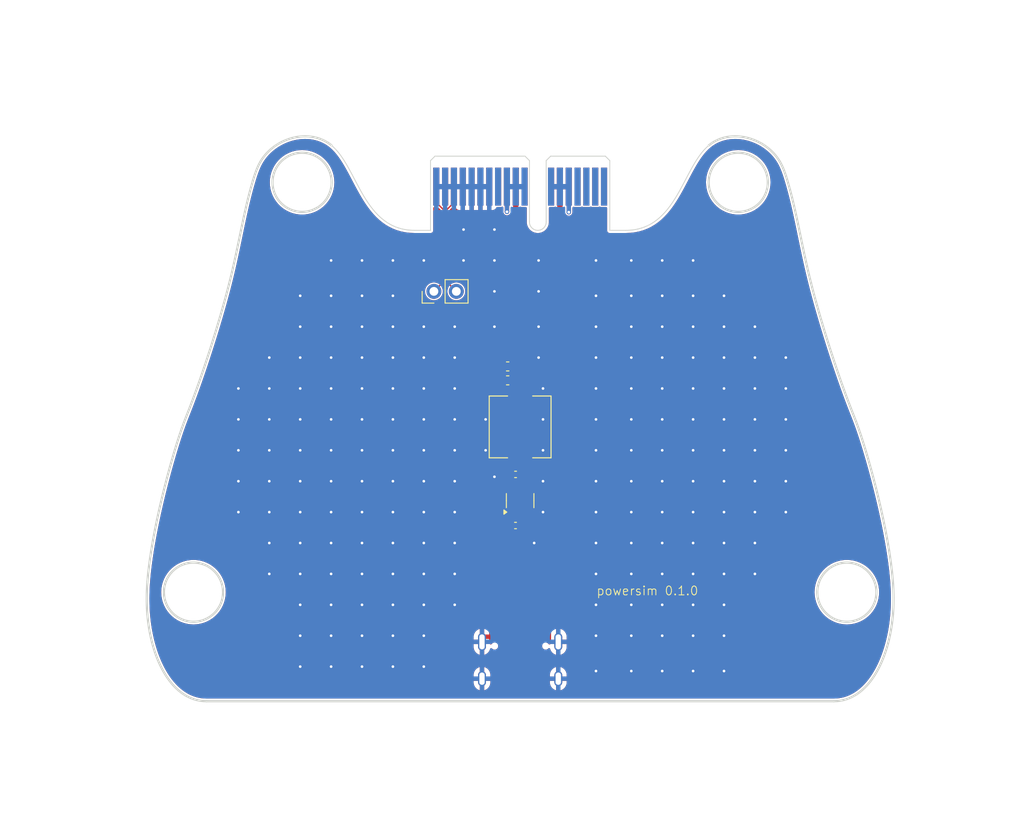
<source format=kicad_pcb>
(kicad_pcb (version 20240108) (generator "pcbnew") (generator_version "8.0")
  (layers (0 "F.Cu" signal) (31 "B.Cu" signal) (34 "B.Paste" user) (35 "F.Paste" user) (36 "B.SilkS" user "B.Silkscreen") (37 "F.SilkS" user "F.Silkscreen") (38 "B.Mask" user) (39 "F.Mask" user) (44 "Edge.Cuts" user))
  (net 0 "")
  (net 2 "Net-(U1-BST)")
  (net 8 "GND")
  (net 9 "+3.3V")
  (net 10 "+5V")
  (net 15 "CANN")
  (net 16 "CANP")
  (net 20 "Net-(U1-SW)")
  (footprint "Capacitor_SMD:C_0603_1608Metric" (layer "F.Cu") (at 145 86.075175 180)
    (property "Reference" "C4" (hide yes))
    (property "Value" "22u" (hide yes))
    (fp_line (start -0.14058 0.51) (end 0.14058 0.51) (stroke (width 0.12)) (layer "F.SilkS"))
    (fp_line (start -0.14058 -0.51) (end 0.14058 -0.51) (stroke (width 0.12)) (layer "F.SilkS"))
    (pad "1" smd roundrect (at -0.775 0 180) (size 0.9 0.95) (layers "F.Cu" "F.Paste" "F.Mask") (net 9 "+3.3V"))
    (pad "2" smd roundrect (at 0.775 0 180) (size 0.9 0.95) (layers "F.Cu" "F.Paste" "F.Mask") (net 8 "GND"))
  )
  (footprint "Capacitor_SMD:C_0603_1608Metric" (layer "F.Cu") (at 145 84.5 180)
    (property "Reference" "C3" (hide yes))
    (property "Value" "22u" (hide yes))
    (fp_line (start -0.14058 0.51) (end 0.14058 0.51) (stroke (width 0.12)) (layer "F.SilkS"))
    (fp_line (start -0.14058 -0.51) (end 0.14058 -0.51) (stroke (width 0.12)) (layer "F.SilkS"))
    (pad "1" smd roundrect (at -0.775 0 180) (size 0.9 0.95) (layers "F.Cu" "F.Paste" "F.Mask") (net 9 "+3.3V"))
    (pad "2" smd roundrect (at 0.775 0 180) (size 0.9 0.95) (layers "F.Cu" "F.Paste" "F.Mask") (net 8 "GND"))
  )
  (footprint "Connector_USB:USB_C_Receptacle_Palconn_UTC16-G" (layer "F.Cu") (at 146.41 117.625)
    (property "Reference" "J6" (hide yes))
    (property "Value" "USB_C_Receptacle_USB2.0_16P" (hide yes))
    (pad "" np_thru_hole circle (at -2.89 -1.45 180) (size 0.6 0.6) (drill 0.6) (layers "*.Cu" "*.Mask"))
    (pad "" np_thru_hole circle (at 2.89 -1.45 180) (size 0.6 0.6) (drill 0.6) (layers "*.Cu" "*.Mask"))
    (pad "A1" smd rect (at -3.2 -2.51) (size 0.6 1.16) (layers "F.Cu" "F.Paste" "F.Mask") (net 8 "GND"))
    (pad "A4" smd rect (at -2.4 -2.51) (size 0.6 1.16) (layers "F.Cu" "F.Paste" "F.Mask") (net 10 "+5V"))
    (pad "A5" smd rect (at -1.25 -2.51 180) (size 0.3 1.16) (layers "F.Cu" "F.Paste" "F.Mask"))
    (pad "A6" smd rect (at -0.25 -2.51 180) (size 0.3 1.16) (layers "F.Cu" "F.Paste" "F.Mask"))
    (pad "A7" smd rect (at 0.25 -2.51 180) (size 0.3 1.16) (layers "F.Cu" "F.Paste" "F.Mask"))
    (pad "A8" smd rect (at 1.25 -2.51 180) (size 0.3 1.16) (layers "F.Cu" "F.Paste" "F.Mask"))
    (pad "A9" smd rect (at 2.4 -2.51) (size 0.6 1.16) (layers "F.Cu" "F.Paste" "F.Mask") (net 10 "+5V"))
    (pad "A12" smd rect (at 3.2 -2.51) (size 0.6 1.16) (layers "F.Cu" "F.Paste" "F.Mask") (net 8 "GND"))
    (pad "B1" smd rect (at 3.2 -2.51) (size 0.6 1.16) (layers "F.Cu" "F.Paste" "F.Mask") (net 8 "GND"))
    (pad "B4" smd rect (at 2.4 -2.51) (size 0.6 1.16) (layers "F.Cu" "F.Paste" "F.Mask") (net 10 "+5V"))
    (pad "B5" smd rect (at 1.75 -2.51 180) (size 0.3 1.16) (layers "F.Cu" "F.Paste" "F.Mask"))
    (pad "B6" smd rect (at 0.75 -2.51 180) (size 0.3 1.16) (layers "F.Cu" "F.Paste" "F.Mask"))
    (pad "B7" smd rect (at -0.75 -2.51 180) (size 0.3 1.16) (layers "F.Cu" "F.Paste" "F.Mask"))
    (pad "B8" smd rect (at -1.75 -2.51 180) (size 0.3 1.16) (layers "F.Cu" "F.Paste" "F.Mask"))
    (pad "B9" smd rect (at -2.4 -2.51) (size 0.6 1.16) (layers "F.Cu" "F.Paste" "F.Mask") (net 10 "+5V"))
    (pad "B12" smd rect (at -3.2 -2.51) (size 0.6 1.16) (layers "F.Cu" "F.Paste" "F.Mask") (net 8 "GND"))
    (pad "S1" thru_hole oval (at -4.32 -1.93 90) (size 2 0.9) (drill oval 1.7 0.6) (layers "*.Cu" "*.Mask") (net 8 "GND"))
    (pad "S1" thru_hole oval (at -4.32 2.24 90) (size 1.7 0.9) (drill oval 1.4 0.6) (layers "*.Cu" "*.Mask") (net 8 "GND"))
    (pad "S1" thru_hole oval (at 4.32 -1.93 90) (size 2 0.9) (drill oval 1.7 0.6) (layers "*.Cu" "*.Mask") (net 8 "GND"))
    (pad "S1" thru_hole oval (at 4.32 2.24 90) (size 1.7 0.9) (drill oval 1.4 0.6) (layers "*.Cu" "*.Mask") (net 8 "GND"))
  )
  (footprint "Capacitor_SMD:C_0402_1005Metric" (layer "F.Cu") (at 145.893095 96.731528)
    (property "Reference" "C2" (hide yes))
    (property "Value" "100n" (hide yes))
    (fp_line (start -0.107836 -0.36) (end 0.107836 -0.36) (stroke (width 0.12)) (layer "F.SilkS"))
    (fp_line (start -0.107836 0.36) (end 0.107836 0.36) (stroke (width 0.12)) (layer "F.SilkS"))
    (pad "1" smd roundrect (at -0.48 0) (size 0.56 0.62) (layers "F.Cu" "F.Paste" "F.Mask") (net 2 "Net-(U1-BST)"))
    (pad "2" smd roundrect (at 0.48 0) (size 0.56 0.62) (layers "F.Cu" "F.Paste" "F.Mask") (net 20 "Net-(U1-SW)"))
  )
  (footprint "Package_TO_SOT_SMD:TSOT-23-6" (layer "F.Cu") (at 146.41 99.7 90)
    (property "Reference" "U1" (hide yes))
    (property "Value" "AP63203WU" (hide yes))
    (fp_line (start 0 -1.56) (end 0.8 -1.56) (stroke (width 0.12)) (layer "F.SilkS"))
    (fp_line (start 0 -1.56) (end -0.8 -1.56) (stroke (width 0.12)) (layer "F.SilkS"))
    (fp_line (start 0 1.56) (end 0.8 1.56) (stroke (width 0.12)) (layer "F.SilkS"))
    (fp_line (start 0 1.56) (end -0.8 1.56) (stroke (width 0.12)) (layer "F.SilkS"))
    (fp_poly (pts (xy -1.3 -1.51) (xy -1.54 -1.84) (xy -1.06 -1.84) (xy -1.3 -1.51)) (stroke (width 0.12)) (fill solid) (layer "F.SilkS"))
    (pad "1" smd roundrect (at -1.1375 -0.95 90) (size 1.325 0.6) (layers "F.Cu" "F.Paste" "F.Mask") (net 9 "+3.3V"))
    (pad "2" smd roundrect (at -1.1375 0 90) (size 1.325 0.6) (layers "F.Cu" "F.Paste" "F.Mask") (net 10 "+5V"))
    (pad "3" smd roundrect (at -1.1375 0.95 90) (size 1.325 0.6) (layers "F.Cu" "F.Paste" "F.Mask") (net 10 "+5V"))
    (pad "4" smd roundrect (at 1.1375 0.95 90) (size 1.325 0.6) (layers "F.Cu" "F.Paste" "F.Mask") (net 8 "GND"))
    (pad "5" smd roundrect (at 1.1375 0 90) (size 1.325 0.6) (layers "F.Cu" "F.Paste" "F.Mask") (net 20 "Net-(U1-SW)"))
    (pad "6" smd roundrect (at 1.1375 -0.95 90) (size 1.325 0.6) (layers "F.Cu" "F.Paste" "F.Mask") (net 2 "Net-(U1-BST)"))
  )
  (footprint "Connector_PinHeader_2.54mm:PinHeader_1x02_P2.54mm_Vertical" (layer "F.Cu") (at 136.643 76 90)
    (property "Reference" "J2" (hide yes))
    (property "Value" "Conn_01x02_Pin" (hide yes))
    (fp_line (start -1.33 -1.33) (end 0 -1.33) (stroke (width 0.12)) (layer "F.SilkS"))
    (fp_line (start -1.33 0) (end -1.33 -1.33) (stroke (width 0.12)) (layer "F.SilkS"))
    (fp_line (start 1.33 1.27) (end 1.33 3.87) (stroke (width 0.12)) (layer "F.SilkS"))
    (fp_line (start -1.33 1.27) (end 1.33 1.27) (stroke (width 0.12)) (layer "F.SilkS"))
    (fp_line (start -1.33 1.27) (end -1.33 3.87) (stroke (width 0.12)) (layer "F.SilkS"))
    (fp_line (start -1.33 3.87) (end 1.33 3.87) (stroke (width 0.12)) (layer "F.SilkS"))
    (pad "1" thru_hole circle (at 0 0 90) (size 1.7 1.7) (drill 1) (layers "*.Cu" "*.Mask") (net 16 "CANP"))
    (pad "2" thru_hole oval (at 0 2.54 90) (size 1.7 1.7) (drill 1) (layers "*.Cu" "*.Mask") (net 15 "CANN"))
  )
  (footprint "SLF7055T-6R8N2R8-3PF:IND_SLF7055T-6R8N2R8-3PF" (layer "F.Cu") (at 146.41 91.35 90)
    (property "Reference" "L1" (hide yes))
    (property "Value" "SLF7055T-6R8N2R8-3PF" (hide yes))
    (fp_line (start 3.5 -3.5) (end 3.5 -1.42) (stroke (width 0.127)) (layer "F.SilkS"))
    (fp_line (start -3.5 -3.5) (end 3.5 -3.5) (stroke (width 0.127)) (layer "F.SilkS"))
    (fp_line (start -3.5 -3.5) (end -3.5 -1.42) (stroke (width 0.127)) (layer "F.SilkS"))
    (fp_line (start 3.5 3.5) (end 3.5 1.42) (stroke (width 0.127)) (layer "F.SilkS"))
    (fp_line (start -3.5 3.5) (end -3.5 1.42) (stroke (width 0.127)) (layer "F.SilkS"))
    (fp_line (start -3.5 3.5) (end 3.5 3.5) (stroke (width 0.127)) (layer "F.SilkS"))
    (pad "1" smd rect (at -3.15 0 90) (size 1.5 2.2) (layers "F.Cu" "F.Paste" "F.Mask") (net 20 "Net-(U1-SW)"))
    (pad "2" smd rect (at 3.15 0 90) (size 1.5 2.2) (layers "F.Cu" "F.Paste" "F.Mask") (net 9 "+3.3V"))
  )
  (footprint "Capacitor_SMD:C_0402_1005Metric" (layer "F.Cu") (at 145.886304 102.51824 180)
    (property "Reference" "C1" (hide yes))
    (property "Value" "10u" (hide yes))
    (fp_line (start -0.107836 0.36) (end 0.107836 0.36) (stroke (width 0.12)) (layer "F.SilkS"))
    (fp_line (start -0.107836 -0.36) (end 0.107836 -0.36) (stroke (width 0.12)) (layer "F.SilkS"))
    (pad "1" smd roundrect (at -0.48 0 180) (size 0.56 0.62) (layers "F.Cu" "F.Paste" "F.Mask") (net 10 "+5V"))
    (pad "2" smd roundrect (at 0.48 0 180) (size 0.56 0.62) (layers "F.Cu" "F.Paste" "F.Mask") (net 8 "GND"))
  )
  (footprint "Connector_PCBEdge:BUS_PCIexpress_x1" (layer "B.Cu") (at 136.913 64.138595)
    (property "Reference" "J1" (hide yes))
    (property "Value" "Bus_PCI_Express_x1" (hide yes))
    (fp_line (start -0.65 -2.95) (end -0.65 4.95) (stroke (width 0.1)) (layer "Edge.Cuts"))
    (fp_line (start -0.15 -3.45) (end -0.65 -2.95) (stroke (width 0.1)) (layer "Edge.Cuts"))
    (fp_line (start 10.05 -3.45) (end -0.15 -3.45) (stroke (width 0.1)) (layer "Edge.Cuts"))
    (fp_line (start 10.05 -3.45) (end 10.55 -2.95) (stroke (width 0.1)) (layer "Edge.Cuts"))
    (fp_line (start 10.55 -2.95) (end 10.55 4) (stroke (width 0.1)) (layer "Edge.Cuts"))
    (fp_line (start 12.45 -2.95) (end 12.45 4) (stroke (width 0.1)) (layer "Edge.Cuts"))
    (fp_line (start 12.95 -3.45) (end 12.45 -2.95) (stroke (width 0.1)) (layer "Edge.Cuts"))
    (fp_line (start 19.15 -3.45) (end 12.95 -3.45) (stroke (width 0.1)) (layer "Edge.Cuts"))
    (fp_line (start 19.15 -3.45) (end 19.65 -2.95) (stroke (width 0.1)) (layer "Edge.Cuts"))
    (fp_line (start 19.65 -2.95) (end 19.65 4.95) (stroke (width 0.1)) (layer "Edge.Cuts"))
    (fp_arc (start 12.45 4) (mid 11.5 4.95) (end 10.55 4) (stroke (width 0.1)) (layer "Edge.Cuts"))
    (pad "A1" connect rect (at 0 0) (size 0.7 4.3) (layers "F.Cu" "F.Mask") (net 16 "CANP"))
    (pad "A2" connect rect (at 1 0) (size 0.7 4.3) (layers "F.Cu" "F.Mask"))
    (pad "A3" connect rect (at 2 0) (size 0.7 4.3) (layers "F.Cu" "F.Mask") (net 15 "CANN"))
    (pad "A4" connect rect (at 3 0) (size 0.7 4.3) (layers "F.Cu" "F.Mask") (net 8 "GND"))
    (pad "A5" connect rect (at 4 0) (size 0.7 4.3) (layers "F.Cu" "F.Mask") (net 8 "GND"))
    (pad "A6" connect rect (at 5 0) (size 0.7 4.3) (layers "F.Cu" "F.Mask") (net 8 "GND"))
    (pad "A7" connect rect (at 6 0) (size 0.7 4.3) (layers "F.Cu" "F.Mask") (net 8 "GND"))
    (pad "A8" connect rect (at 7 0) (size 0.7 4.3) (layers "F.Cu" "F.Mask"))
    (pad "A9" connect rect (at 8 0) (size 0.7 4.3) (layers "F.Cu" "F.Mask") (net 9 "+3.3V"))
    (pad "A10" connect rect (at 9 0) (size 0.7 4.3) (layers "F.Cu" "F.Mask") (net 9 "+3.3V"))
    (pad "A11" connect rect (at 10 0) (size 0.7 4.3) (layers "F.Cu" "F.Mask") (net 9 "+3.3V"))
    (pad "A12" connect rect (at 13 0) (size 0.7 4.3) (layers "F.Cu" "F.Mask") (net 10 "+5V"))
    (pad "A13" connect rect (at 14 0) (size 0.7 4.3) (layers "F.Cu" "F.Mask") (net 10 "+5V"))
    (pad "A14" connect rect (at 15 0) (size 0.7 4.3) (layers "F.Cu" "F.Mask") (net 10 "+5V"))
    (pad "A15" connect rect (at 16 0) (size 0.7 4.3) (layers "F.Cu" "F.Mask"))
    (pad "A16" connect rect (at 17 0) (size 0.7 4.3) (layers "F.Cu" "F.Mask"))
    (pad "A17" connect rect (at 18 0) (size 0.7 4.3) (layers "F.Cu" "F.Mask"))
    (pad "A18" connect rect (at 19 0) (size 0.7 4.3) (layers "F.Cu" "F.Mask"))
    (pad "B1" connect rect (at 0 0) (size 0.7 4.3) (layers "B.Cu" "B.Mask") (net 8 "GND"))
    (pad "B2" connect rect (at 1 0) (size 0.7 4.3) (layers "B.Cu" "B.Mask") (net 8 "GND"))
    (pad "B3" connect rect (at 2 0) (size 0.7 4.3) (layers "B.Cu" "B.Mask") (net 8 "GND"))
    (pad "B4" connect rect (at 3 0) (size 0.7 4.3) (layers "B.Cu" "B.Mask") (net 8 "GND"))
    (pad "B5" connect rect (at 4 0) (size 0.7 4.3) (layers "B.Cu" "B.Mask") (net 8 "GND"))
    (pad "B6" connect rect (at 5 0) (size 0.7 4.3) (layers "B.Cu" "B.Mask") (net 8 "GND"))
    (pad "B7" connect rect (at 6 0) (size 0.7 4.3) (layers "B.Cu" "B.Mask") (net 8 "GND"))
    (pad "B8" connect rect (at 7 0) (size 0.7 4.3) (layers "B.Cu" "B.Mask"))
    (pad "B9" connect rect (at 8 0) (size 0.7 4.3) (layers "B.Cu" "B.Mask") (net 9 "+3.3V"))
    (pad "B10" connect rect (at 9 0) (size 0.7 4.3) (layers "B.Cu" "B.Mask") (net 9 "+3.3V"))
    (pad "B11" connect rect (at 10 0) (size 0.7 4.3) (layers "B.Cu" "B.Mask") (net 9 "+3.3V"))
    (pad "B12" connect rect (at 13 0) (size 0.7 4.3) (layers "B.Cu" "B.Mask") (net 10 "+5V"))
    (pad "B13" connect rect (at 14 0) (size 0.7 4.3) (layers "B.Cu" "B.Mask") (net 10 "+5V"))
    (pad "B14" connect rect (at 15 0) (size 0.7 4.3) (layers "B.Cu" "B.Mask") (net 10 "+5V"))
    (pad "B15" connect rect (at 16 0) (size 0.7 4.3) (layers "B.Cu" "B.Mask"))
    (pad "B16" connect rect (at 17 0) (size 0.7 4.3) (layers "B.Cu" "B.Mask"))
    (pad "B17" connect rect (at 18 0) (size 0.7 4.3) (layers "B.Cu" "B.Mask"))
    (pad "B18" connect rect (at 19 0) (size 0.7 4.3) (layers "B.Cu" "B.Mask"))
  )
  (gr_curve (pts (xy 104.200217 108.833629) (xy 104.094575 110.19876) (xy 104.091862 111.420188) (xy 104.19191 112.609777)) (stroke (width 0.25)) (layer "Edge.Cuts"))
  (gr_curve (pts (xy 158.353479 69.088595) (xy 164.183489 69.088595) (xy 164.78237 61.925014) (xy 167.784109 59.460642)) (stroke (width 0.1)) (layer "Edge.Cuts"))
  (gr_circle (center 121.713305 63.648595) (end 118.363305 63.648595) (stroke (width 0.25)) (fill none) (layer "Edge.Cuts"))
  (gr_curve (pts (xy 108.082735 91.544879) (xy 106.804268 95.195924) (xy 104.634104 103.226822) (xy 104.200217 108.833629)) (stroke (width 0.25)) (layer "Edge.Cuts"))
  (gr_curve (pts (xy 104.19191 112.609777) (xy 104.630063 117.81952) (xy 107.039118 122.418595) (xy 110.892405 122.418595)) (stroke (width 0.25)) (layer "Edge.Cuts"))
  (gr_curve (pts (xy 167.784109 59.460642) (xy 170.210083 57.468961) (xy 174.205534 58.546668) (xy 175.818121 61.288482)) (stroke (width 0.25)) (layer "Edge.Cuts"))
  (gr_curve (pts (xy 188.626393 108.833629) (xy 188.732035 110.19876) (xy 188.734748 111.420188) (xy 188.6347 112.609777)) (stroke (width 0.25)) (layer "Edge.Cuts"))
  (gr_curve (pts (xy 134.473131 69.088595) (xy 128.64312 69.088595) (xy 128.044239 61.925014) (xy 125.042501 59.460642)) (stroke (width 0.1)) (layer "Edge.Cuts"))
  (gr_curve (pts (xy 113.472466 75.059248) (xy 112.290838 79.754285) (xy 110.351021 85.669927) (xy 108.978354 89.194163)) (stroke (width 0.25)) (layer "Edge.Cuts"))
  (gr_curve (pts (xy 188.6347 112.609777) (xy 188.196547 117.81952) (xy 185.787491 122.418595) (xy 181.934204 122.418595)) (stroke (width 0.25)) (layer "Edge.Cuts"))
  (gr_curve (pts (xy 176.687263 63.480371) (xy 177.785498 67.180024) (xy 178.221514 70.558899) (xy 179.354144 75.059248)) (stroke (width 0.25)) (layer "Edge.Cuts"))
  (gr_curve (pts (xy 179.354144 75.059248) (xy 180.535772 79.754285) (xy 182.475589 85.669927) (xy 183.848256 89.194163)) (stroke (width 0.25)) (layer "Edge.Cuts"))
  (gr_circle (center 183.413305 110.068595) (end 180.063305 110.068595) (stroke (width 0.25)) (fill none) (layer "Edge.Cuts"))
  (gr_circle (center 109.413305 110.068595) (end 106.063305 110.068595) (stroke (width 0.25)) (fill none) (layer "Edge.Cuts"))
  (gr_line (start 181.934204 122.418595) (end 110.892405 122.418595) (stroke (width 0.25)) (layer "Edge.Cuts"))
  (gr_curve (pts (xy 184.743874 91.544879) (xy 186.022342 95.195924) (xy 188.192506 103.226822) (xy 188.626393 108.833629)) (stroke (width 0.25)) (layer "Edge.Cuts"))
  (gr_line (start 136.263 69.088595) (end 134.473131 69.088595) (stroke (width 0.1)) (layer "Edge.Cuts"))
  (gr_curve (pts (xy 116.139346 63.480371) (xy 115.041112 67.180024) (xy 114.605095 70.558899) (xy 113.472466 75.059248)) (stroke (width 0.25)) (layer "Edge.Cuts"))
  (gr_curve (pts (xy 117.008488 61.288482) (xy 116.615003 61.957508) (xy 116.363394 62.725615) (xy 116.139346 63.480371)) (stroke (width 0.25)) (layer "Edge.Cuts"))
  (gr_curve (pts (xy 175.818121 61.288482) (xy 176.211606 61.957508) (xy 176.463215 62.725615) (xy 176.687263 63.480371)) (stroke (width 0.25)) (layer "Edge.Cuts"))
  (gr_circle (center 171.113305 63.648595) (end 167.763305 63.648595) (stroke (width 0.25)) (fill none) (layer "Edge.Cuts"))
  (gr_curve (pts (xy 108.978354 89.194163) (xy 108.681873 89.955359) (xy 108.41185 90.604993) (xy 108.082735 91.544879)) (stroke (width 0.25)) (layer "Edge.Cuts"))
  (gr_line (start 156.563305 69.088595) (end 158.353479 69.088595) (stroke (width 0.1)) (layer "Edge.Cuts"))
  (gr_curve (pts (xy 125.042501 59.460642) (xy 122.616527 57.468961) (xy 118.621076 58.546668) (xy 117.008488 61.288482)) (stroke (width 0.25)) (layer "Edge.Cuts"))
  (gr_curve (pts (xy 183.848256 89.194163) (xy 184.144737 89.955359) (xy 184.414759 90.604993) (xy 184.743874 91.544879)) (stroke (width 0.25)) (layer "Edge.Cuts"))
  (gr_text "powersim 0.1.0" (at 155 110.5 0) (layer "F.SilkS") (effects (font (size 1 1) (thickness 0.1)) (justify left bottom)))
  (segment (start 145.46 98.5625) (end 145.46 96.778433) (width 0.2) (layer "F.Cu") (net 2))
  (segment (start 145.46 96.778433) (end 145.413095 96.731528) (width 0.2) (layer "F.Cu") (net 2))
  (via (at 166 97.5) (size 0.4) (drill 0.3) (layers "F.Cu" "B.Cu") (net 8))
  (via (at 143.5 72.5) (size 0.4) (drill 0.3) (layers "F.Cu" "B.Cu") (net 8))
  (via (at 169.5 94) (size 0.4) (drill 0.3) (layers "F.Cu" "B.Cu") (net 8))
  (via (at 159 87) (size 0.4) (drill 0.3) (layers "F.Cu" "B.Cu") (net 8))
  (via (at 162.5 101) (size 0.4) (drill 0.3) (layers "F.Cu" "B.Cu") (net 8))
  (via (at 128.5 108) (size 0.4) (drill 0.3) (layers "F.Cu" "B.Cu") (net 8))
  (via (at 155 90.5) (size 0.4) (drill 0.3) (layers "F.Cu" "B.Cu") (net 8))
  (via (at 135.5 111.5) (size 0.4) (drill 0.3) (layers "F.Cu" "B.Cu") (net 8))
  (via (at 132 118.5) (size 0.4) (drill 0.3) (layers "F.Cu" "B.Cu") (net 8))
  (via (at 143.5 80) (size 0.4) (drill 0.3) (layers "F.Cu" "B.Cu") (net 8))
  (via (at 118 87) (size 0.4) (drill 0.3) (layers "F.Cu" "B.Cu") (net 8))
  (via (at 140 72.5) (size 0.4) (drill 0.3) (layers "F.Cu" "B.Cu") (net 8))
  (via (at 121.5 83.5) (size 0.4) (drill 0.3) (layers "F.Cu" "B.Cu") (net 8))
  (via (at 121.5 101) (size 0.4) (drill 0.3) (layers "F.Cu" "B.Cu") (net 8))
  (via (at 118 90.5) (size 0.4) (drill 0.3) (layers "F.Cu" "B.Cu") (net 8))
  (via (at 159 83.5) (size 0.4) (drill 0.3) (layers "F.Cu" "B.Cu") (net 8))
  (via (at 176.5 101) (size 0.4) (drill 0.3) (layers "F.Cu" "B.Cu") (net 8))
  (via (at 135.5 94) (size 0.4) (drill 0.3) (layers "F.Cu" "B.Cu") (net 8))
  (via (at 118 101) (size 0.4) (drill 0.3) (layers "F.Cu" "B.Cu") (net 8))
  (via (at 132 87) (size 0.4) (drill 0.3) (layers "F.Cu" "B.Cu") (net 8))
  (via (at 132 76.5) (size 0.4) (drill 0.3) (layers "F.Cu" "B.Cu") (net 8))
  (via (at 139 87) (size 0.4) (drill 0.3) (layers "F.Cu" "B.Cu") (net 8))
  (via (at 125 101) (size 0.4) (drill 0.3) (layers "F.Cu" "B.Cu") (net 8))
  (via (at 166 115) (size 0.4) (drill 0.3) (layers "F.Cu" "B.Cu") (net 8))
  (via (at 166 80) (size 0.4) (drill 0.3) (layers "F.Cu" "B.Cu") (net 8))
  (via (at 162.5 80) (size 0.4) (drill 0.3) (layers "F.Cu" "B.Cu") (net 8))
  (via (at 166 72.5) (size 0.4) (drill 0.3) (layers "F.Cu" "B.Cu") (net 8))
  (via (at 149 101) (size 0.4) (drill 0.3) (layers "F.Cu" "B.Cu") (net 8))
  (via (at 173 90.5) (size 0.4) (drill 0.3) (layers "F.Cu" "B.Cu") (net 8))
  (via (at 162.5 108) (size 0.4) (drill 0.3) (layers "F.Cu" "B.Cu") (net 8))
  (via (at 155 104.5) (size 0.4) (drill 0.3) (layers "F.Cu" "B.Cu") (net 8))
  (via (at 128.5 80) (size 0.4) (drill 0.3) (layers "F.Cu" "B.Cu") (net 8))
  (via (at 114.5 101) (size 0.4) (drill 0.3) (layers "F.Cu" "B.Cu") (net 8))
  (via (at 166 76.5) (size 0.4) (drill 0.3) (layers "F.Cu" "B.Cu") (net 8))
  (via (at 162.5 90.5) (size 0.4) (drill 0.3) (layers "F.Cu" "B.Cu") (net 8))
  (via (at 132 115) (size 0.4) (drill 0.3) (layers "F.Cu" "B.Cu") (net 8))
  (via (at 125 90.5) (size 0.4) (drill 0.3) (layers "F.Cu" "B.Cu") (net 8))
  (via (at 169.5 87) (size 0.4) (drill 0.3) (layers "F.Cu" "B.Cu") (net 8))
  (via (at 128.5 101) (size 0.4) (drill 0.3) (layers "F.Cu" "B.Cu") (net 8))
  (via (at 135.5 115) (size 0.4) (drill 0.3) (layers "F.Cu" "B.Cu") (net 8))
  (via (at 159 94) (size 0.4) (drill 0.3) (layers "F.Cu" "B.Cu") (net 8))
  (via (at 135.5 97.5) (size 0.4) (drill 0.3) (layers "F.Cu" "B.Cu") (net 8))
  (via (at 142.5 90.5) (size 0.4) (drill 0.3) (layers "F.Cu" "B.Cu") (net 8))
  (via (at 159 80) (size 0.4) (drill 0.3) (layers "F.Cu" "B.Cu") (net 8))
  (via (at 121.5 97.5) (size 0.4) (drill 0.3) (layers "F.Cu" "B.Cu") (net 8))
  (via (at 155 108) (size 0.4) (drill 0.3) (layers "F.Cu" "B.Cu") (net 8))
  (via (at 155 94) (size 0.4) (drill 0.3) (layers "F.Cu" "B.Cu") (net 8))
  (via (at 128.5 87) (size 0.4) (drill 0.3) (layers "F.Cu" "B.Cu") (net 8))
  (via (at 125 83.5) (size 0.4) (drill 0.3) (layers "F.Cu" "B.Cu") (net 8))
  (via (at 169.5 104.5) (size 0.4) (drill 0.3) (layers "F.Cu" "B.Cu") (net 8))
  (via (at 162.5 76.5) (size 0.4) (drill 0.3) (layers "F.Cu" "B.Cu") (net 8))
  (via (at 173 104.5) (size 0.4) (drill 0.3) (layers "F.Cu" "B.Cu") (net 8))
  (via (at 169.5 80) (size 0.4) (drill 0.3) (layers "F.Cu" "B.Cu") (net 8))
  (via (at 155 111.5) (size 0.4) (drill 0.3) (layers "F.Cu" "B.Cu") (net 8))
  (via (at 135.5 87) (size 0.4) (drill 0.3) (layers "F.Cu" "B.Cu") (net 8))
  (via (at 149 87) (size 0.4) (drill 0.3) (layers "F.Cu" "B.Cu") (net 8))
  (via (at 162.5 97.5) (size 0.4) (drill 0.3) (layers "F.Cu" "B.Cu") (net 8))
  (via (at 139 111.5) (size 0.4) (drill 0.3) (layers "F.Cu" "B.Cu") (net 8))
  (via (at 166 87) (size 0.4) (drill 0.3) (layers "F.Cu" "B.Cu") (net 8))
  (via (at 132 80) (size 0.4) (drill 0.3) (layers "F.Cu" "B.Cu") (net 8))
  (via (at 155 87) (size 0.4) (drill 0.3) (layers "F.Cu" "B.Cu") (net 8))
  (via (at 121.5 111.5) (size 0.4) (drill 0.3) (layers "F.Cu" "B.Cu") (net 8))
  (via (at 135.5 101) (size 0.4) (drill 0.3) (layers "F.Cu" "B.Cu") (net 8))
  (via (at 169.5 83.5) (size 0.4) (drill 0.3) (layers "F.Cu" "B.Cu") (net 8))
  (via (at 155 119) (size 0.4) (drill 0.3) (layers "F.Cu" "B.Cu") (net 8))
  (via (at 149 97.5) (size 0.4) (drill 0.3) (layers "F.Cu" "B.Cu") (net 8))
  (via (at 173 87) (size 0.4) (drill 0.3) (layers "F.Cu" "B.Cu") (net 8))
  (via (at 128.5 104.5) (size 0.4) (drill 0.3) (layers "F.Cu" "B.Cu") (net 8))
  (via (at 159 97.5) (size 0.4) (drill 0.3) (layers "F.Cu" "B.Cu") (net 8))
  (via (at 169.5 76.5) (size 0.4) (drill 0.3) (layers "F.Cu" "B.Cu") (net 8))
  (via (at 166 90.5) (size 0.4) (drill 0.3) (layers "F.Cu" "B.Cu") (net 8))
  (via (at 121.5 76.5) (size 0.4) (drill 0.3) (layers "F.Cu" "B.Cu") (net 8))
  (via (at 125 72.5) (size 0.4) (drill 0.3) (layers "F.Cu" "B.Cu") (net 8))
  (via (at 148.5 83.5) (size 0.4) (drill 0.3) (layers "F.Cu" "B.Cu") (net 8))
  (via (at 159 76.5) (size 0.4) (drill 0.3) (layers "F.Cu" "B.Cu") (net 8))
  (via (at 128.5 90.5) (size 0.4) (drill 0.3) (layers "F.Cu" "B.Cu") (net 8))
  (via (at 128.5 83.5) (size 0.4) (drill 0.3) (layers "F.Cu" "B.Cu") (net 8))
  (via (at 173 97.5) (size 0.4) (drill 0.3) (layers "F.Cu" "B.Cu") (net 8))
  (via (at 135.5 80) (size 0.4) (drill 0.3) (layers "F.Cu" "B.Cu") (net 8))
  (via (at 159 119) (size 0.4) (drill 0.3) (layers "F.Cu" "B.Cu") (net 8))
  (via (at 132 94) (size 0.4) (drill 0.3) (layers "F.Cu" "B.Cu") (net 8))
  (via (at 132 101) (size 0.4) (drill 0.3) (layers "F.Cu" "B.Cu") (net 8))
  (via (at 118 97.5) (size 0.4) (drill 0.3) (layers "F.Cu" "B.Cu") (net 8))
  (via (at 128.5 76.5) (size 0.4) (drill 0.3) (layers "F.Cu" "B.Cu") (net 8))
  (via (at 118 94) (size 0.4) (drill 0.3) (layers "F.Cu" "B.Cu") (net 8))
  (via (at 162.5 94) (size 0.4) (drill 0.3) (layers "F.Cu" "B.Cu") (net 8))
  (via (at 114.5 97.5) (size 0.4) (drill 0.3) (layers "F.Cu" "B.Cu") (net 8))
  (via (at 173 94) (size 0.4) (drill 0.3) (layers "F.Cu" "B.Cu") (net 8))
  (via (at 159 108) (size 0.4) (drill 0.3) (layers "F.Cu" "B.Cu") (net 8))
  (via (at 128.5 94) (size 0.4) (drill 0.3) (layers "F.Cu" "B.Cu") (net 8))
  (via (at 159 115) (size 0.4) (drill 0.3) (layers "F.Cu" "B.Cu") (net 8))
  (via (at 166 111.5) (size 0.4) (drill 0.3) (layers "F.Cu" "B.Cu") (net 8))
  (via (at 139 104.5) (size 0.4) (drill 0.3) (layers "F.Cu" "B.Cu") (net 8))
  (via (at 148.5 80) (size 0.4) (drill 0.3) (layers "F.Cu" "B.Cu") (net 8))
  (via (at 139 90.5) (size 0.4) (drill 0.3) (layers "F.Cu" "B.Cu") (net 8))
  (via (at 143.5 76) (size 0.4) (drill 0.3) (layers "F.Cu" "B.Cu") (net 8))
  (via (at 142.5 94) (size 0.4) (drill 0.3) (layers "F.Cu" "B.Cu") (net 8))
  (via (at 162.5 115) (size 0.4) (drill 0.3) (layers "F.Cu" "B.Cu") (net 8))
  (via (at 148 104.5) (size 0.4) (drill 0.3) (layers "F.Cu" "B.Cu") (net 8))
  (via (at 121.5 94) (size 0.4) (drill 0.3) (layers "F.Cu" "B.Cu") (net 8))
  (via (at 125 87) (size 0.4) (drill 0.3) (layers "F.Cu" "B.Cu") (net 8))
  (via (at 121.5 115) (size 0.4) (drill 0.3) (layers "F.Cu" "B.Cu") (net 8))
  (via (at 121.5 80) (size 0.4) (drill 0.3) (layers "F.Cu" "B.Cu") (net 8))
  (via (at 125 76.5) (size 0.4) (drill 0.3) (layers "F.Cu" "B.Cu") (net 8))
  (via (at 176.5 97.5) (size 0.4) (drill 0.3) (layers "F.Cu" "B.Cu") (net 8))
  (via (at 169.5 101) (size 0.4) (drill 0.3) (layers "F.Cu" "B.Cu") (net 8))
  (via (at 173 101) (size 0.4) (drill 0.3) (layers "F.Cu" "B.Cu") (net 8))
  (via (at 135.5 72.5) (size 0.4) (drill 0.3) (layers "F.Cu" "B.Cu") (net 8))
  (via (at 121.5 90.5) (size 0.4) (drill 0.3) (layers "F.Cu" "B.Cu") (net 8))
  (via (at 125 94) (size 0.4) (drill 0.3) (layers "F.Cu" "B.Cu") (net 8))
  (via (at 125 108) (size 0.4) (drill 0.3) (layers "F.Cu" "B.Cu") (net 8))
  (via (at 159 101) (size 0.4) (drill 0.3) (layers "F.Cu" "B.Cu") (net 8))
  (via (at 166 83.5) (size 0.4) (drill 0.3) (layers "F.Cu" "B.Cu") (net 8))
  (via (at 135.5 118.5) (size 0.4) (drill 0.3) (layers "F.Cu" "B.Cu") (net 8))
  (via (at 132 104.5) (size 0.4) (drill 0.3) (layers "F.Cu" "B.Cu") (net 8))
  (via (at 139 108) (size 0.4) (drill 0.3) (layers "F.Cu" "B.Cu") (net 8))
  (via (at 155 80) (size 0.4) (drill 0.3) (layers "F.Cu" "B.Cu") (net 8))
  (via (at 121.5 87) (size 0.4) (drill 0.3) (layers "F.Cu" "B.Cu") (net 8))
  (via (at 166 119) (size 0.4) (drill 0.3) (layers "F.Cu" "B.Cu") (net 8))
  (via (at 132 111.5) (size 0.4) (drill 0.3) (layers "F.Cu" "B.Cu") (net 8))
  (via (at 149 90.5) (size 0.4) (drill 0.3) (layers "F.Cu" "B.Cu") (net 8))
  (via (at 162.5 83.5) (size 0.4) (drill 0.3) (layers "F.Cu" "B.Cu") (net 8))
  (via (at 128.5 97.5) (size 0.4) (drill 0.3) (layers "F.Cu" "B.Cu") (net 8))
  (via (at 166 108) (size 0.4) (drill 0.3) (layers "F.Cu" "B.Cu") (net 8))
  (via (at 162.5 72.5) (size 0.4) (drill 0.3) (layers "F.Cu" "B.Cu") (net 8))
  (via (at 114.5 94) (size 0.4) (drill 0.3) (layers "F.Cu" "B.Cu") (net 8))
  (via (at 173 108) (size 0.4) (drill 0.3) (layers "F.Cu" "B.Cu") (net 8))
  (via (at 125 104.5) (size 0.4) (drill 0.3) (layers "F.Cu" "B.Cu") (net 8))
  (via (at 176.5 94) (size 0.4) (drill 0.3) (layers "F.Cu" "B.Cu") (net 8))
  (via (at 121.5 118.5) (size 0.4) (drill 0.3) (layers "F.Cu" "B.Cu") (net 8))
  (via (at 139 101) (size 0.4) (drill 0.3) (layers "F.Cu" "B.Cu") (net 8))
  (via (at 125 111.5) (size 0.4) (drill 0.3) (layers "F.Cu" "B.Cu") (net 8))
  (via (at 132 83.5) (size 0.4) (drill 0.3) (layers "F.Cu" "B.Cu") (net 8))
  (via (at 173 83.5) (size 0.4) (drill 0.3) (layers "F.Cu" "B.Cu") (net 8))
  (via (at 121.5 104.5) (size 0.4) (drill 0.3) (layers "F.Cu" "B.Cu") (net 8))
  (via (at 139 80) (size 0.4) (drill 0.3) (layers "F.Cu" "B.Cu") (net 8))
  (via (at 128.5 72.5) (size 0.4) (drill 0.3) (layers "F.Cu" "B.Cu") (net 8))
  (via (at 169.5 108) (size 0.4) (drill 0.3) (layers "F.Cu" "B.Cu") (net 8))
  (via (at 162.5 87) (size 0.4) (drill 0.3) (layers "F.Cu" "B.Cu") (net 8))
  (via (at 149 94) (size 0.4) (drill 0.3) (layers "F.Cu" "B.Cu") (net 8))
  (via (at 155 101) (size 0.4) (drill 0.3) (layers "F.Cu" "B.Cu") (net 8))
  (via (at 125 80) (size 0.4) (drill 0.3) (layers "F.Cu" "B.Cu") (net 8))
  (via (at 135.5 83.5) (size 0.4) (drill 0.3) (layers "F.Cu" "B.Cu") (net 8))
  (via (at 125 115) (size 0.4) (drill 0.3) (layers "F.Cu" "B.Cu") (net 8))
  (via (at 139 97.5) (size 0.4) (drill 0.3) (layers "F.Cu" "B.Cu") (net 8))
  (via (at 159 104.5) (size 0.4) (drill 0.3) (layers "F.Cu" "B.Cu") (net 8))
  (via (at 128.5 115) (size 0.4) (drill 0.3) (layers "F.Cu" "B.Cu") (net 8))
  (via (at 118 108) (size 0.4) (drill 0.3) (layers "F.Cu" "B.Cu") (net 8))
  (via (at 135.5 104.5) (size 0.4) (drill 0.3) (layers "F.Cu" "B.Cu") (net 8))
  (via (at 143.5 69) (size 0.4) (drill 0.3) (layers "F.Cu" "B.Cu") (net 8))
  (via (at 132 72.5) (size 0.4) (drill 0.3) (layers "F.Cu" "B.Cu") (net 8))
  (via (at 148.5 72.5) (size 0.4) (drill 0.3) (layers "F.Cu" "B.Cu") (net 8))
  (via (at 132 108) (size 0.4) (drill 0.3) (layers "F.Cu" "B.Cu") (net 8))
  (via (at 155 72.5) (size 0.4) (drill 0.3) (layers "F.Cu" "B.Cu") (net 8))
  (via (at 155 97.5) (size 0.4) (drill 0.3) (layers "F.Cu" "B.Cu") (net 8))
  (via (at 162.5 104.5) (size 0.4) (drill 0.3) (layers "F.Cu" "B.Cu") (net 8))
  (via (at 176.5 87) (size 0.4) (drill 0.3) (layers "F.Cu" "B.Cu") (net 8))
  (via (at 118 83.5) (size 0.4) (drill 0.3) (layers "F.Cu" "B.Cu") (net 8))
  (via (at 173 80) (size 0.4) (drill 0.3) (layers "F.Cu" "B.Cu") (net 8))
  (via (at 135.5 90.5) (size 0.4) (drill 0.3) (layers "F.Cu" "B.Cu") (net 8))
  (via (at 135.5 108) (size 0.4) (drill 0.3) (layers "F.Cu" "B.Cu") (net 8))
  (via (at 176.5 83.5) (size 0.4) (drill 0.3) (layers "F.Cu" "B.Cu") (net 8))
  (via (at 176.5 90.5) (size 0.4) (drill 0.3) (layers "F.Cu" "B.Cu") (net 8))
  (via (at 169.5 90.5) (size 0.4) (drill 0.3) (layers "F.Cu" "B.Cu") (net 8))
  (via (at 148.5 76) (size 0.4) (drill 0.3) (layers "F.Cu" "B.Cu") (net 8))
  (via (at 132 97.5) (size 0.4) (drill 0.3) (layers "F.Cu" "B.Cu") (net 8))
  (via (at 118 104.5) (size 0.4) (drill 0.3) (layers "F.Cu" "B.Cu") (net 8))
  (via (at 132 90.5) (size 0.4) (drill 0.3) (layers "F.Cu" "B.Cu") (net 8))
  (via (at 139 94) (size 0.4) (drill 0.3) (layers "F.Cu" "B.Cu") (net 8))
  (via (at 159 111.5) (size 0.4) (drill 0.3) (layers "F.Cu" "B.Cu") (net 8))
  (via (at 155 76.5) (size 0.4) (drill 0.3) (layers "F.Cu" "B.Cu") (net 8))
  (via (at 125 97.5) (size 0.4) (drill 0.3) (layers "F.Cu" "B.Cu") (net 8))
  (via (at 128.5 118.5) (size 0.4) (drill 0.3) (layers "F.Cu" "B.Cu") (net 8))
  (via (at 166 104.5) (size 0.4) (drill 0.3) (layers "F.Cu" "B.Cu") (net 8))
  (via (at 166 101) (size 0.4) (drill 0.3) (layers "F.Cu" "B.Cu") (net 8))
  (via (at 155 115) (size 0.4) (drill 0.3) (layers "F.Cu" "B.Cu") (net 8))
  (via (at 140 69) (size 0.4) (drill 0.3) (layers "F.Cu" "B.Cu") (net 8))
  (via (at 169.5 97.5) (size 0.4) (drill 0.3) (layers "F.Cu" "B.Cu") (net 8))
  (via (at 121.5 108) (size 0.4) (drill 0.3) (layers "F.Cu" "B.Cu") (net 8))
  (via (at 162.5 119) (size 0.4) (drill 0.3) (layers "F.Cu" "B.Cu") (net 8))
  (via (at 143.5 97) (size 0.4) (drill 0.3) (layers "F.Cu" "B.Cu") (net 8))
  (via (at 155 83.5) (size 0.4) (drill 0.3) (layers "F.Cu" "B.Cu") (net 8))
  (via (at 159 90.5) (size 0.4) (drill 0.3) (layers "F.Cu" "B.Cu") (net 8))
  (via (at 169.5 119) (size 0.4) (drill 0.3) (layers "F.Cu" "B.Cu") (net 8))
  (via (at 169.5 111.5) (size 0.4) (drill 0.3) (layers "F.Cu" "B.Cu") (net 8))
  (via (at 114.5 90.5) (size 0.4) (drill 0.3) (layers "F.Cu" "B.Cu") (net 8))
  (via (at 162.5 111.5) (size 0.4) (drill 0.3) (layers "F.Cu" "B.Cu") (net 8))
  (via (at 114.5 87) (size 0.4) (drill 0.3) (layers "F.Cu" "B.Cu") (net 8))
  (via (at 169.5 115) (size 0.4) (drill 0.3) (layers "F.Cu" "B.Cu") (net 8))
  (via (at 139 83.5) (size 0.4) (drill 0.3) (layers "F.Cu" "B.Cu") (net 8))
  (via (at 125 118.5) (size 0.4) (drill 0.3) (layers "F.Cu" "B.Cu") (net 8))
  (via (at 166 94) (size 0.4) (drill 0.3) (layers "F.Cu" "B.Cu") (net 8))
  (via (at 128.5 111.5) (size 0.4) (drill 0.3) (layers "F.Cu" "B.Cu") (net 8))
  (via (at 159 72.5) (size 0.4) (drill 0.3) (layers "F.Cu" "B.Cu") (net 8))
  (segment (start 142.913 64.138595) (end 136.913 64.138595) (width 0.6) (layer "B.Cu") (net 8))
  (segment (start 146.41 88.2) (end 145.913 87.703) (width 0.6) (layer "F.Cu") (net 9))
  (segment (start 145.913 87.703) (end 145.913 64.25) (width 0.6) (layer "F.Cu") (net 9))
  (segment (start 145.46 100.8375) (end 141 96.3775) (width 0.2) (layer "F.Cu") (net 9))
  (segment (start 144.918787 64.144382) (end 144.913 64.138595) (width 0.5) (layer "F.Cu") (net 9))
  (segment (start 143.3 88.2) (end 146.41 88.2) (width 0.2) (layer "F.Cu") (net 9))
  (segment (start 141 90.5) (end 143.3 88.2) (width 0.2) (layer "F.Cu") (net 9))
  (segment (start 144.913 64.138595) (end 146.913 64.138595) (width 0.5) (layer "F.Cu") (net 9))
  (segment (start 141 96.3775) (end 141 90.5) (width 0.2) (layer "F.Cu") (net 9))
  (segment (start 144.918787 66.983258) (end 144.918787 64.144382) (width 0.5) (layer "F.Cu") (net 9))
  (via (at 144.918787 66.983258) (size 0.5) (drill 0.3) (layers "F.Cu" "B.Cu") (net 9))
  (segment (start 144.918787 64.144382) (end 144.913 64.138595) (width 0.5) (layer "B.Cu") (net 9))
  (segment (start 144.913 64.138595) (end 146.863 64.138595) (width 0.6) (layer "B.Cu") (net 9))
  (segment (start 144.918787 66.983258) (end 144.918787 64.144382) (width 0.5) (layer "B.Cu") (net 9))
  (segment (start 146.41 102) (end 146.41 108.41) (width 0.6) (layer "F.Cu") (net 10))
  (segment (start 146.41 108.41) (end 150.913 103.907) (width 0.6) (layer "F.Cu") (net 10))
  (segment (start 146.41 108.41) (end 144.01 110.81) (width 0.6) (layer "F.Cu") (net 10))
  (segment (start 148.81 115.115) (end 148.81 110.81) (width 0.6) (layer "F.Cu") (net 10))
  (segment (start 146.41 101.7875) (end 146.41 102) (width 0.6) (layer "F.Cu") (net 10))
  (segment (start 151.923458 67.025633) (end 151.923458 64.149053) (width 0.5) (layer "F.Cu") (net 10))
  (segment (start 150.913 64.138595) (end 151.913 64.138595) (width 0.6) (layer "F.Cu") (net 10))
  (segment (start 151.923458 64.149053) (end 151.913 64.138595) (width 0.5) (layer "F.Cu") (net 10))
  (segment (start 144.01 110.81) (end 144.01 115.115) (width 0.6) (layer "F.Cu") (net 10))
  (segment (start 150.913 64.138595) (end 149.963 64.138595) (width 0.6) (layer "F.Cu") (net 10))
  (segment (start 147.36 100.8375) (end 146.41 101.7875) (width 0.6) (layer "F.Cu") (net 10))
  (segment (start 146.41 108.41) (end 148.81 110.81) (width 0.6) (layer "F.Cu") (net 10))
  (segment (start 150.913 103.907) (end 150.913 64.138595) (width 0.6) (layer "F.Cu") (net 10))
  (segment (start 146.41 100.8375) (end 146.41 102) (width 0.6) (layer "F.Cu") (net 10))
  (via (at 151.923458 67.025633) (size 0.5) (drill 0.3) (layers "F.Cu" "B.Cu") (net 10))
  (segment (start 151.923458 67.025633) (end 151.923458 64.186757) (width 0.5) (layer "B.Cu") (net 10))
  (segment (start 151.913 64.138595) (end 149.963 64.138595) (width 0.6) (layer "B.Cu") (net 10))
  (segment (start 138.913 65.938595) (end 138.913 64.138595) (width 0.16) (layer "F.Cu") (net 15))
  (segment (start 139.183 76) (end 138.0593 74.8763) (width 0.16) (layer "F.Cu") (net 15))
  (segment (start 138.0593 74.8763) (end 138.0593 66.792295) (width 0.16) (layer "F.Cu") (net 15))
  (segment (start 138.0593 66.792295) (end 138.913 65.938595) (width 0.16) (layer "F.Cu") (net 15))
  (segment (start 137.7667 66.792295) (end 136.913 65.938595) (width 0.16) (layer "F.Cu") (net 16))
  (segment (start 136.643 76) (end 137.7667 74.8763) (width 0.16) (layer "F.Cu") (net 16))
  (segment (start 137.7667 74.8763) (end 137.7667 66.792295) (width 0.16) (layer "F.Cu") (net 16))
  (segment (start 136.913 65.938595) (end 136.913 64.138595) (width 0.16) (layer "F.Cu") (net 16))
  (segment (start 146.41 98.5625) (end 146.41 94.5) (width 0.6) (layer "F.Cu") (net 20))
  (zone (net 8) (net_name "GND") (layers "F&B.Cu") (connect_pads (clearance 0.15)) (min_thickness 0.25) (fill yes (thermal_gap 0.5) (thermal_bridge_width 0.5))
    (polygon (pts (xy 87.5 43) (xy 203.5 43) (xy 203.5 136) (xy 87.5 136)))
  )
  (zone (net 0) (net_name "") (layers "F&B.Cu") (name "keepout") (connect_pads (clearance 0)) (min_thickness 0.25)
    (keepout (tracks not_allowed) (vias not_allowed) (pads allowed) (copperpour not_allowed) (footprints allowed))
    (fill (thermal_gap 0.5) (thermal_bridge_width 0.5))
    (polygon (pts (xy 134.75 59.5) (xy 158 59.5) (xy 158 63.25) (xy 134.75 63.25)))
  )
)
</source>
